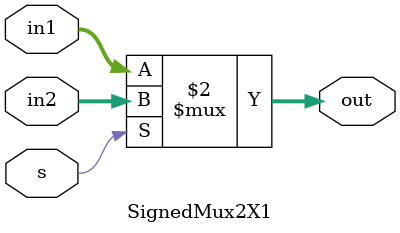
<source format=v>
module SignedMux2X1( in1 ,in2,s,out);

input [31:0] in1 ,in2;
input s;
output [31:0] out;

assign out= (s == 0) ? in1 :in2;





endmodule 
</source>
